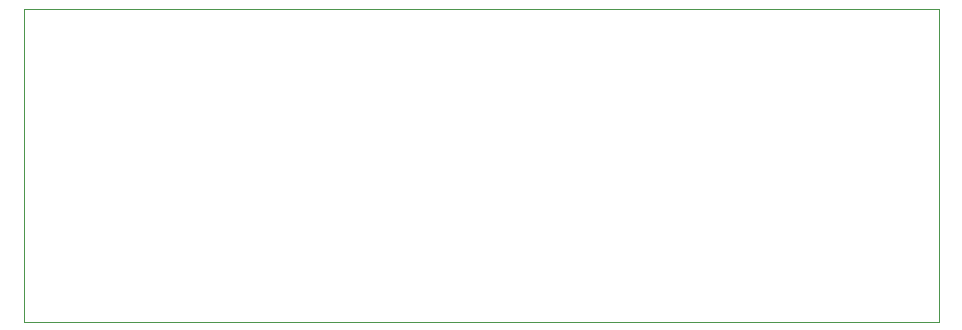
<source format=gbr>
%TF.GenerationSoftware,KiCad,Pcbnew,8.0.1*%
%TF.CreationDate,2024-03-24T20:28:12+02:00*%
%TF.ProjectId,EEE3088_HLDZUH001_Sensing,45454533-3038-4385-9f48-4c445a554830,rev?*%
%TF.SameCoordinates,Original*%
%TF.FileFunction,Profile,NP*%
%FSLAX46Y46*%
G04 Gerber Fmt 4.6, Leading zero omitted, Abs format (unit mm)*
G04 Created by KiCad (PCBNEW 8.0.1) date 2024-03-24 20:28:12*
%MOMM*%
%LPD*%
G01*
G04 APERTURE LIST*
%TA.AperFunction,Profile*%
%ADD10C,0.100000*%
%TD*%
G04 APERTURE END LIST*
D10*
X143250000Y-70500000D02*
X220750000Y-70500000D01*
X220750000Y-97000000D01*
X143250000Y-97000000D01*
X143250000Y-70500000D01*
M02*

</source>
